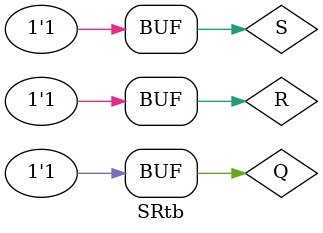
<source format=v>
`include "SR.v"
module SRtb();
reg S,R,Q;
SR i(Qn,P,S,R,Q);
initial begin

	Q=0;S=0;R=0;
#1	Q=0;S=0;R=1;
#1	Q=0;S=1;R=0;
#1	Q=0;S=1;R=1;
#1	Q=1;S=0;R=0;
#1	Q=1;S=0;R=1;
#1	Q=1;S=1;R=0;
#1	Q=1;S=1;R=1;

end


initial begin
	$monitor("Q=%d S=%d R=%d Qn=%d ~Q=%d",Q,S,R,Qn,P);
end

endmodule

</source>
